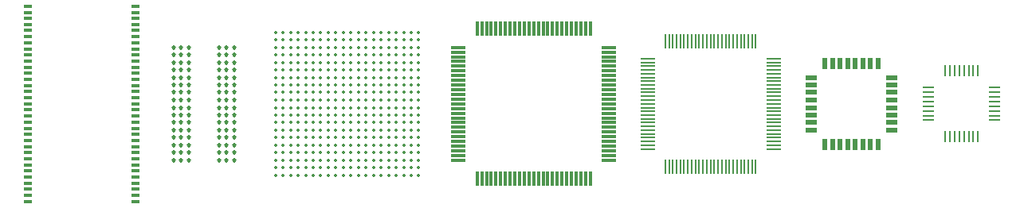
<source format=gbp>
G04 Layer_Color=128*
%FSLAX25Y25*%
%MOIN*%
G70*
G01*
G75*
%ADD45R,0.04500X0.01000*%
%ADD46R,0.01000X0.04500*%
%ADD78R,0.06000X0.01200*%
%ADD79R,0.01200X0.06000*%
G04:AMPARAMS|DCode=80|XSize=14mil|YSize=14mil|CornerRadius=7mil|HoleSize=0mil|Usage=FLASHONLY|Rotation=180.000|XOffset=0mil|YOffset=0mil|HoleType=Round|Shape=RoundedRectangle|*
%AMROUNDEDRECTD80*
21,1,0.01400,0.00000,0,0,180.0*
21,1,0.00000,0.01400,0,0,180.0*
1,1,0.01400,0.00000,0.00000*
1,1,0.01400,0.00000,0.00000*
1,1,0.01400,0.00000,0.00000*
1,1,0.01400,0.00000,0.00000*
%
%ADD80ROUNDEDRECTD80*%
%ADD81R,0.06000X0.00800*%
%ADD82R,0.00800X0.06000*%
%ADD83R,0.05000X0.02200*%
%ADD84R,0.02200X0.05000*%
%ADD85R,0.03200X0.01400*%
G04:AMPARAMS|DCode=86|XSize=18mil|YSize=18mil|CornerRadius=9mil|HoleSize=0mil|Usage=FLASHONLY|Rotation=180.000|XOffset=0mil|YOffset=0mil|HoleType=Round|Shape=RoundedRectangle|*
%AMROUNDEDRECTD86*
21,1,0.01800,0.00000,0,0,180.0*
21,1,0.00000,0.01800,0,0,180.0*
1,1,0.01800,0.00000,0.00000*
1,1,0.01800,0.00000,0.00000*
1,1,0.01800,0.00000,0.00000*
1,1,0.01800,0.00000,0.00000*
%
%ADD86ROUNDEDRECTD86*%
D45*
X511779Y156900D02*
D03*
Y155000D02*
D03*
Y153000D02*
D03*
Y151000D02*
D03*
Y149016D02*
D03*
Y147047D02*
D03*
Y145079D02*
D03*
Y143110D02*
D03*
X484200D02*
D03*
Y145079D02*
D03*
Y147047D02*
D03*
Y149016D02*
D03*
Y151000D02*
D03*
Y153000D02*
D03*
Y155000D02*
D03*
Y156900D02*
D03*
D46*
X504890Y136221D02*
D03*
X502921D02*
D03*
X500953D02*
D03*
X498984D02*
D03*
X497000D02*
D03*
X495000D02*
D03*
X493000D02*
D03*
X491100D02*
D03*
Y163800D02*
D03*
X493000D02*
D03*
X495000D02*
D03*
X497000D02*
D03*
X498984D02*
D03*
X500953D02*
D03*
X502921D02*
D03*
X504890D02*
D03*
D78*
X350496Y173700D02*
D03*
Y171700D02*
D03*
Y169700D02*
D03*
Y167800D02*
D03*
Y165800D02*
D03*
Y163800D02*
D03*
Y161900D02*
D03*
Y159900D02*
D03*
Y157900D02*
D03*
Y156000D02*
D03*
Y154000D02*
D03*
Y152000D02*
D03*
Y150000D02*
D03*
Y148031D02*
D03*
Y146063D02*
D03*
Y144095D02*
D03*
Y142126D02*
D03*
Y140157D02*
D03*
Y138189D02*
D03*
Y136221D02*
D03*
Y134252D02*
D03*
Y132283D02*
D03*
Y130315D02*
D03*
Y128347D02*
D03*
Y126378D02*
D03*
X287500D02*
D03*
Y128347D02*
D03*
Y130315D02*
D03*
Y132283D02*
D03*
Y134252D02*
D03*
Y136221D02*
D03*
Y138189D02*
D03*
Y140157D02*
D03*
Y142126D02*
D03*
Y144095D02*
D03*
Y146063D02*
D03*
Y148031D02*
D03*
Y150000D02*
D03*
Y152000D02*
D03*
Y154000D02*
D03*
Y156000D02*
D03*
Y157900D02*
D03*
Y159900D02*
D03*
Y161900D02*
D03*
Y163800D02*
D03*
Y165800D02*
D03*
Y167800D02*
D03*
Y169700D02*
D03*
Y171700D02*
D03*
Y173700D02*
D03*
D79*
X342622Y118504D02*
D03*
X340653D02*
D03*
X338685D02*
D03*
X336717D02*
D03*
X334748D02*
D03*
X332780D02*
D03*
X330811D02*
D03*
X328842D02*
D03*
X326874D02*
D03*
X324905D02*
D03*
X322937D02*
D03*
X320969D02*
D03*
X319000D02*
D03*
X317000D02*
D03*
X315000D02*
D03*
X313000D02*
D03*
X311100D02*
D03*
X309100D02*
D03*
X307100D02*
D03*
X305200D02*
D03*
X303200D02*
D03*
X301200D02*
D03*
X299300D02*
D03*
X297300D02*
D03*
X295300D02*
D03*
Y181500D02*
D03*
X297300D02*
D03*
X299300D02*
D03*
X301200D02*
D03*
X303200D02*
D03*
X305200D02*
D03*
X307100D02*
D03*
X309100D02*
D03*
X311100D02*
D03*
X313000D02*
D03*
X315000D02*
D03*
X317000D02*
D03*
X319000D02*
D03*
X320969D02*
D03*
X322937D02*
D03*
X324905D02*
D03*
X326874D02*
D03*
X328842D02*
D03*
X330811D02*
D03*
X332780D02*
D03*
X334748D02*
D03*
X336717D02*
D03*
X338685D02*
D03*
X340653D02*
D03*
X342622D02*
D03*
D80*
X258323Y132677D02*
D03*
Y135827D02*
D03*
X255173D02*
D03*
Y132677D02*
D03*
X252024D02*
D03*
Y135827D02*
D03*
X258323Y138976D02*
D03*
X255173D02*
D03*
X252024D02*
D03*
X258323Y142126D02*
D03*
X255173D02*
D03*
X252024D02*
D03*
X248874D02*
D03*
Y138976D02*
D03*
Y135827D02*
D03*
Y132677D02*
D03*
X258323Y145276D02*
D03*
X255173D02*
D03*
X252024D02*
D03*
X248874D02*
D03*
X245724D02*
D03*
Y142126D02*
D03*
Y138976D02*
D03*
Y135827D02*
D03*
Y132677D02*
D03*
X255173Y120079D02*
D03*
X252024D02*
D03*
X255173Y123228D02*
D03*
X252024D02*
D03*
X255173Y126378D02*
D03*
X252024D02*
D03*
X248874D02*
D03*
Y123228D02*
D03*
Y120079D02*
D03*
X255173Y129528D02*
D03*
X252024D02*
D03*
X248874D02*
D03*
X245724D02*
D03*
Y126378D02*
D03*
Y123228D02*
D03*
Y120079D02*
D03*
X270921Y135827D02*
D03*
X267772D02*
D03*
X270921Y138976D02*
D03*
X267772D02*
D03*
X270921Y142126D02*
D03*
X267772D02*
D03*
X264622D02*
D03*
Y138976D02*
D03*
Y135827D02*
D03*
X270921Y145276D02*
D03*
X267772D02*
D03*
X264622D02*
D03*
X261472D02*
D03*
Y142126D02*
D03*
Y138976D02*
D03*
Y135827D02*
D03*
X270921Y120079D02*
D03*
X267772D02*
D03*
X270921Y123228D02*
D03*
X267772D02*
D03*
X270921Y126378D02*
D03*
X267772D02*
D03*
X264622D02*
D03*
Y123228D02*
D03*
Y120079D02*
D03*
X270921Y129528D02*
D03*
X267772D02*
D03*
X264622D02*
D03*
X261472D02*
D03*
Y126378D02*
D03*
Y123228D02*
D03*
Y120079D02*
D03*
X270921Y132677D02*
D03*
X267772D02*
D03*
X264622D02*
D03*
X261472D02*
D03*
X258323Y129528D02*
D03*
Y126378D02*
D03*
Y123228D02*
D03*
Y120079D02*
D03*
X229900Y132677D02*
D03*
Y135827D02*
D03*
X226800D02*
D03*
Y132677D02*
D03*
X223600D02*
D03*
Y135827D02*
D03*
X229900Y138976D02*
D03*
X226800D02*
D03*
X223600D02*
D03*
X229900Y142126D02*
D03*
X226800D02*
D03*
X223600D02*
D03*
X220500D02*
D03*
Y138976D02*
D03*
Y135827D02*
D03*
Y132677D02*
D03*
X229900Y145276D02*
D03*
X226800D02*
D03*
X223600D02*
D03*
X220500D02*
D03*
X217300D02*
D03*
Y142126D02*
D03*
Y138976D02*
D03*
Y135827D02*
D03*
Y132677D02*
D03*
X226800Y120079D02*
D03*
X223600D02*
D03*
X226800Y123228D02*
D03*
X223600D02*
D03*
X226800Y126378D02*
D03*
X223600D02*
D03*
X220500D02*
D03*
Y123228D02*
D03*
Y120079D02*
D03*
X226800Y129528D02*
D03*
X223600D02*
D03*
X220500D02*
D03*
X217300D02*
D03*
Y126378D02*
D03*
Y123228D02*
D03*
Y120079D02*
D03*
X242575Y135827D02*
D03*
X239400D02*
D03*
X242575Y138976D02*
D03*
X239400D02*
D03*
X242575Y142126D02*
D03*
X239400D02*
D03*
X236200D02*
D03*
Y138976D02*
D03*
Y135827D02*
D03*
X242575Y145276D02*
D03*
X239400D02*
D03*
X236200D02*
D03*
X233100D02*
D03*
Y142126D02*
D03*
Y138976D02*
D03*
Y135827D02*
D03*
X242575Y120079D02*
D03*
X239400D02*
D03*
X242575Y123228D02*
D03*
X239400D02*
D03*
X242575Y126378D02*
D03*
X239400D02*
D03*
X236200D02*
D03*
Y123228D02*
D03*
Y120079D02*
D03*
X242575Y129528D02*
D03*
X239400D02*
D03*
X236200D02*
D03*
X233100D02*
D03*
Y126378D02*
D03*
Y123228D02*
D03*
Y120079D02*
D03*
X242575Y132677D02*
D03*
X239400D02*
D03*
X236200D02*
D03*
X233100D02*
D03*
X229900Y129528D02*
D03*
Y126378D02*
D03*
Y123228D02*
D03*
Y120079D02*
D03*
X258323Y161100D02*
D03*
Y164200D02*
D03*
X255173D02*
D03*
Y161100D02*
D03*
X252024D02*
D03*
Y164200D02*
D03*
X258323Y167400D02*
D03*
X255173D02*
D03*
X252024D02*
D03*
X258323Y170500D02*
D03*
X255173D02*
D03*
X252024D02*
D03*
X248874D02*
D03*
Y167400D02*
D03*
Y164200D02*
D03*
Y161100D02*
D03*
X258323Y173700D02*
D03*
X255173D02*
D03*
X252024D02*
D03*
X248874D02*
D03*
X245724D02*
D03*
Y170500D02*
D03*
Y167400D02*
D03*
Y164200D02*
D03*
Y161100D02*
D03*
X255173Y148425D02*
D03*
X252024D02*
D03*
X255173Y151600D02*
D03*
X252024D02*
D03*
X255173Y154800D02*
D03*
X252024D02*
D03*
X248874D02*
D03*
Y151600D02*
D03*
Y148425D02*
D03*
X255173Y157900D02*
D03*
X252024D02*
D03*
X248874D02*
D03*
X245724D02*
D03*
Y154800D02*
D03*
Y151600D02*
D03*
Y148425D02*
D03*
X270921Y164200D02*
D03*
X267772D02*
D03*
X270921Y167400D02*
D03*
X267772D02*
D03*
X270921Y170500D02*
D03*
X267772D02*
D03*
X264622D02*
D03*
Y167400D02*
D03*
Y164200D02*
D03*
X270921Y173700D02*
D03*
X267772D02*
D03*
X264622D02*
D03*
X261472D02*
D03*
Y170500D02*
D03*
Y167400D02*
D03*
Y164200D02*
D03*
X270921Y148425D02*
D03*
X267772D02*
D03*
X270921Y151600D02*
D03*
X267772D02*
D03*
X270921Y154800D02*
D03*
X267772D02*
D03*
X264622D02*
D03*
Y151600D02*
D03*
Y148425D02*
D03*
X270921Y157900D02*
D03*
X267772D02*
D03*
X264622D02*
D03*
X261472D02*
D03*
Y154800D02*
D03*
Y151600D02*
D03*
Y148425D02*
D03*
X270921Y161100D02*
D03*
X267772D02*
D03*
X264622D02*
D03*
X261472D02*
D03*
X258323Y157900D02*
D03*
Y154800D02*
D03*
Y151600D02*
D03*
Y148425D02*
D03*
X229900Y161100D02*
D03*
Y164200D02*
D03*
X226800D02*
D03*
Y161100D02*
D03*
X223600D02*
D03*
Y164200D02*
D03*
X229900Y167400D02*
D03*
X226800D02*
D03*
X223600D02*
D03*
X229900Y170500D02*
D03*
X226800D02*
D03*
X223600D02*
D03*
X220500D02*
D03*
Y167400D02*
D03*
Y164200D02*
D03*
Y161100D02*
D03*
X229900Y173700D02*
D03*
X226800D02*
D03*
X223600D02*
D03*
X220500D02*
D03*
X217300D02*
D03*
Y170500D02*
D03*
Y167400D02*
D03*
Y164200D02*
D03*
Y161100D02*
D03*
X226800Y148425D02*
D03*
X223600D02*
D03*
X226800Y151600D02*
D03*
X223600D02*
D03*
X226800Y154800D02*
D03*
X223600D02*
D03*
X220500D02*
D03*
Y151600D02*
D03*
Y148425D02*
D03*
X226800Y157900D02*
D03*
X223600D02*
D03*
X220500D02*
D03*
X217300D02*
D03*
Y154800D02*
D03*
Y151600D02*
D03*
Y148425D02*
D03*
X242575Y164200D02*
D03*
X239400D02*
D03*
X242575Y167400D02*
D03*
X239400D02*
D03*
X242575Y170500D02*
D03*
X239400D02*
D03*
X236200D02*
D03*
Y167400D02*
D03*
Y164200D02*
D03*
X242575Y173700D02*
D03*
X239400D02*
D03*
X236200D02*
D03*
X233100D02*
D03*
Y170500D02*
D03*
Y167400D02*
D03*
Y164200D02*
D03*
X242575Y148425D02*
D03*
X239400D02*
D03*
X242575Y151600D02*
D03*
X239400D02*
D03*
X242575Y154800D02*
D03*
X239400D02*
D03*
X236200D02*
D03*
Y151600D02*
D03*
Y148425D02*
D03*
X242575Y157900D02*
D03*
X239400D02*
D03*
X236200D02*
D03*
X233100D02*
D03*
Y154800D02*
D03*
Y151600D02*
D03*
Y148425D02*
D03*
X242575Y161100D02*
D03*
X239400D02*
D03*
X236200D02*
D03*
X233100D02*
D03*
X229900Y157900D02*
D03*
Y154800D02*
D03*
Y151600D02*
D03*
Y148425D02*
D03*
X258323Y176800D02*
D03*
X255173D02*
D03*
X252024D02*
D03*
X258323Y180000D02*
D03*
X255173D02*
D03*
X252024D02*
D03*
X248874D02*
D03*
Y176800D02*
D03*
X245724Y180000D02*
D03*
Y176800D02*
D03*
X270921D02*
D03*
X267772D02*
D03*
X270921Y180000D02*
D03*
X267772D02*
D03*
X264622D02*
D03*
Y176800D02*
D03*
X261472Y180000D02*
D03*
Y176800D02*
D03*
X229900D02*
D03*
X226800D02*
D03*
X223600D02*
D03*
X229900Y180000D02*
D03*
X226800D02*
D03*
X223600D02*
D03*
X220500D02*
D03*
Y176800D02*
D03*
X217300Y180000D02*
D03*
Y176800D02*
D03*
X242575D02*
D03*
X239400D02*
D03*
X242575Y180000D02*
D03*
X239400D02*
D03*
X236200D02*
D03*
Y176800D02*
D03*
X233100Y180000D02*
D03*
Y176800D02*
D03*
X214200Y132677D02*
D03*
Y135827D02*
D03*
Y138976D02*
D03*
Y142126D02*
D03*
X211000D02*
D03*
Y138976D02*
D03*
Y135827D02*
D03*
Y132677D02*
D03*
X214200Y145276D02*
D03*
X211000D02*
D03*
X214200Y120079D02*
D03*
Y123228D02*
D03*
Y126378D02*
D03*
X211000D02*
D03*
Y123228D02*
D03*
Y120079D02*
D03*
X214200Y129528D02*
D03*
X211000D02*
D03*
X214200Y161100D02*
D03*
Y164200D02*
D03*
Y167400D02*
D03*
Y170500D02*
D03*
X211000D02*
D03*
Y167400D02*
D03*
Y164200D02*
D03*
Y161100D02*
D03*
X214200Y173700D02*
D03*
X211000D02*
D03*
X214200Y148425D02*
D03*
Y151600D02*
D03*
Y154800D02*
D03*
X211000D02*
D03*
Y151600D02*
D03*
Y148425D02*
D03*
X214200Y157900D02*
D03*
X211000D02*
D03*
X214200Y176800D02*
D03*
Y180000D02*
D03*
X211000D02*
D03*
Y176800D02*
D03*
D81*
X366600Y150000D02*
D03*
Y151600D02*
D03*
Y153200D02*
D03*
Y154800D02*
D03*
Y156300D02*
D03*
Y157900D02*
D03*
Y159500D02*
D03*
Y161100D02*
D03*
Y162600D02*
D03*
Y164200D02*
D03*
Y165800D02*
D03*
Y167400D02*
D03*
Y168900D02*
D03*
Y131102D02*
D03*
Y132677D02*
D03*
Y134252D02*
D03*
Y135827D02*
D03*
Y137402D02*
D03*
Y138976D02*
D03*
Y140551D02*
D03*
Y142126D02*
D03*
Y143701D02*
D03*
Y145276D02*
D03*
Y146850D02*
D03*
Y148425D02*
D03*
X419378Y150000D02*
D03*
Y148425D02*
D03*
Y146850D02*
D03*
Y145276D02*
D03*
Y143701D02*
D03*
Y142126D02*
D03*
Y140551D02*
D03*
Y138976D02*
D03*
Y137402D02*
D03*
Y135827D02*
D03*
Y134252D02*
D03*
Y132677D02*
D03*
Y131102D02*
D03*
Y168900D02*
D03*
Y167400D02*
D03*
Y165800D02*
D03*
Y164200D02*
D03*
Y162600D02*
D03*
Y161100D02*
D03*
Y159500D02*
D03*
Y157900D02*
D03*
Y156300D02*
D03*
Y154800D02*
D03*
Y153200D02*
D03*
Y151600D02*
D03*
D82*
X393000Y176400D02*
D03*
X394575D02*
D03*
X396150D02*
D03*
X397724D02*
D03*
X399299D02*
D03*
X400874D02*
D03*
X402449D02*
D03*
X404024D02*
D03*
X405598D02*
D03*
X407173D02*
D03*
X408748D02*
D03*
X410323D02*
D03*
X411898D02*
D03*
X374100D02*
D03*
X375600D02*
D03*
X377200D02*
D03*
X378800D02*
D03*
X380400D02*
D03*
X381900D02*
D03*
X383500D02*
D03*
X385100D02*
D03*
X386700D02*
D03*
X388200D02*
D03*
X389800D02*
D03*
X391400D02*
D03*
X393000Y123622D02*
D03*
X391400D02*
D03*
X389800D02*
D03*
X388200D02*
D03*
X386700D02*
D03*
X385100D02*
D03*
X383500D02*
D03*
X381900D02*
D03*
X380400D02*
D03*
X378800D02*
D03*
X377200D02*
D03*
X375600D02*
D03*
X374100D02*
D03*
X411898D02*
D03*
X410323D02*
D03*
X408748D02*
D03*
X407173D02*
D03*
X405598D02*
D03*
X404024D02*
D03*
X402449D02*
D03*
X400874D02*
D03*
X399299D02*
D03*
X397724D02*
D03*
X396150D02*
D03*
X394575D02*
D03*
D83*
X468900Y161100D02*
D03*
Y157900D02*
D03*
Y154800D02*
D03*
Y151600D02*
D03*
Y148425D02*
D03*
Y145276D02*
D03*
Y142126D02*
D03*
Y138976D02*
D03*
X435100D02*
D03*
Y142126D02*
D03*
Y145276D02*
D03*
Y148425D02*
D03*
Y151600D02*
D03*
Y154800D02*
D03*
Y157900D02*
D03*
Y161100D02*
D03*
D84*
X463024Y133100D02*
D03*
X459874D02*
D03*
X456724D02*
D03*
X453575D02*
D03*
X450400D02*
D03*
X447200D02*
D03*
X444100D02*
D03*
X440900D02*
D03*
Y166900D02*
D03*
X444100D02*
D03*
X447200D02*
D03*
X450400D02*
D03*
X453575D02*
D03*
X456724D02*
D03*
X459874D02*
D03*
X463024D02*
D03*
D85*
X107559Y109055D02*
D03*
Y111614D02*
D03*
Y114173D02*
D03*
Y116732D02*
D03*
Y119291D02*
D03*
Y121850D02*
D03*
Y124409D02*
D03*
Y126969D02*
D03*
Y129528D02*
D03*
Y132087D02*
D03*
Y134646D02*
D03*
Y137205D02*
D03*
Y139764D02*
D03*
Y142323D02*
D03*
Y144882D02*
D03*
Y147441D02*
D03*
Y150000D02*
D03*
Y152600D02*
D03*
Y155200D02*
D03*
Y157700D02*
D03*
Y160300D02*
D03*
Y162800D02*
D03*
Y165400D02*
D03*
Y168000D02*
D03*
Y170500D02*
D03*
Y173100D02*
D03*
Y175600D02*
D03*
Y178200D02*
D03*
Y180800D02*
D03*
Y183300D02*
D03*
Y185900D02*
D03*
Y188400D02*
D03*
Y191000D02*
D03*
X152500D02*
D03*
Y188400D02*
D03*
Y185900D02*
D03*
Y183300D02*
D03*
Y180800D02*
D03*
Y178200D02*
D03*
Y175600D02*
D03*
Y173100D02*
D03*
Y170500D02*
D03*
Y168000D02*
D03*
Y165400D02*
D03*
Y162800D02*
D03*
Y160300D02*
D03*
Y157700D02*
D03*
Y155200D02*
D03*
Y152600D02*
D03*
Y150000D02*
D03*
Y147441D02*
D03*
Y144882D02*
D03*
Y142323D02*
D03*
Y139764D02*
D03*
Y137205D02*
D03*
Y134646D02*
D03*
Y132087D02*
D03*
Y129528D02*
D03*
Y126969D02*
D03*
Y124409D02*
D03*
Y121850D02*
D03*
Y119291D02*
D03*
Y116732D02*
D03*
Y114173D02*
D03*
Y111614D02*
D03*
Y109055D02*
D03*
D86*
X174700Y173700D02*
D03*
X171500D02*
D03*
X168400D02*
D03*
X174700Y170500D02*
D03*
X171500D02*
D03*
X168400D02*
D03*
X174700Y167400D02*
D03*
X171500D02*
D03*
X168400D02*
D03*
X174700Y164200D02*
D03*
X171500D02*
D03*
X168400D02*
D03*
X174700Y161100D02*
D03*
X171500D02*
D03*
X168400D02*
D03*
X174700Y157900D02*
D03*
X171500D02*
D03*
X168400D02*
D03*
X174700Y154800D02*
D03*
X171500D02*
D03*
X168400D02*
D03*
X174700Y151600D02*
D03*
X171500D02*
D03*
X168400D02*
D03*
X174700Y148425D02*
D03*
X171500D02*
D03*
X168400D02*
D03*
X174700Y145276D02*
D03*
X171500D02*
D03*
X168400D02*
D03*
X174700Y142126D02*
D03*
X171500D02*
D03*
X168400D02*
D03*
X174700Y138976D02*
D03*
X171500D02*
D03*
X168400D02*
D03*
X174700Y135827D02*
D03*
X171500D02*
D03*
X168400D02*
D03*
X174700Y132677D02*
D03*
X171500D02*
D03*
X168400D02*
D03*
X174700Y129528D02*
D03*
X171500D02*
D03*
X168400D02*
D03*
X174700Y126378D02*
D03*
X171500D02*
D03*
X168400D02*
D03*
X193598Y173700D02*
D03*
X190449D02*
D03*
X187299D02*
D03*
X193598Y170500D02*
D03*
X190449D02*
D03*
X187299D02*
D03*
X193598Y167400D02*
D03*
X190449D02*
D03*
X187299D02*
D03*
X193598Y164200D02*
D03*
X190449D02*
D03*
X187299D02*
D03*
X193598Y161100D02*
D03*
X190449D02*
D03*
X187299D02*
D03*
X193598Y157900D02*
D03*
X190449D02*
D03*
X187299D02*
D03*
X193598Y154800D02*
D03*
X190449D02*
D03*
X187299D02*
D03*
X193598Y151600D02*
D03*
X190449D02*
D03*
X187299D02*
D03*
X193598Y148425D02*
D03*
X190449D02*
D03*
X187299D02*
D03*
X193598Y145276D02*
D03*
X190449D02*
D03*
X187299D02*
D03*
X193598Y142126D02*
D03*
X190449D02*
D03*
X187299D02*
D03*
X193598Y138976D02*
D03*
X190449D02*
D03*
X187299D02*
D03*
X193598Y135827D02*
D03*
X190449D02*
D03*
X187299D02*
D03*
X193598Y132677D02*
D03*
X190449D02*
D03*
X187299D02*
D03*
X193598Y129528D02*
D03*
X190449D02*
D03*
X187299D02*
D03*
X193598Y126378D02*
D03*
X190449D02*
D03*
X187299D02*
D03*
M02*

</source>
